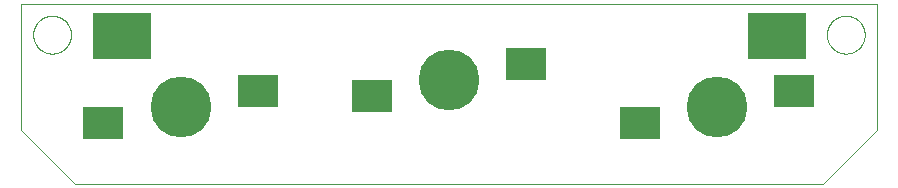
<source format=gtp>
G75*
%MOIN*%
%OFA0B0*%
%FSLAX25Y25*%
%IPPOS*%
%LPD*%
%AMOC8*
5,1,8,0,0,1.08239X$1,22.5*
%
%ADD10C,0.00000*%
%ADD11R,0.13780X0.10630*%
%ADD12C,0.20276*%
%ADD13R,0.19685X0.15748*%
D10*
X0018917Y0001200D02*
X0268523Y0001200D01*
X0286239Y0018917D01*
X0286239Y0061043D01*
X0001200Y0061043D01*
X0001200Y0018917D01*
X0018917Y0001200D01*
X0005137Y0050806D02*
X0005139Y0050964D01*
X0005145Y0051122D01*
X0005155Y0051280D01*
X0005169Y0051438D01*
X0005187Y0051595D01*
X0005208Y0051752D01*
X0005234Y0051908D01*
X0005264Y0052064D01*
X0005297Y0052219D01*
X0005335Y0052372D01*
X0005376Y0052525D01*
X0005421Y0052677D01*
X0005470Y0052828D01*
X0005523Y0052977D01*
X0005579Y0053125D01*
X0005639Y0053271D01*
X0005703Y0053416D01*
X0005771Y0053559D01*
X0005842Y0053701D01*
X0005916Y0053841D01*
X0005994Y0053978D01*
X0006076Y0054114D01*
X0006160Y0054248D01*
X0006249Y0054379D01*
X0006340Y0054508D01*
X0006435Y0054635D01*
X0006532Y0054760D01*
X0006633Y0054882D01*
X0006737Y0055001D01*
X0006844Y0055118D01*
X0006954Y0055232D01*
X0007067Y0055343D01*
X0007182Y0055452D01*
X0007300Y0055557D01*
X0007421Y0055659D01*
X0007544Y0055759D01*
X0007670Y0055855D01*
X0007798Y0055948D01*
X0007928Y0056038D01*
X0008061Y0056124D01*
X0008196Y0056208D01*
X0008332Y0056287D01*
X0008471Y0056364D01*
X0008612Y0056436D01*
X0008754Y0056506D01*
X0008898Y0056571D01*
X0009044Y0056633D01*
X0009191Y0056691D01*
X0009340Y0056746D01*
X0009490Y0056797D01*
X0009641Y0056844D01*
X0009793Y0056887D01*
X0009946Y0056926D01*
X0010101Y0056962D01*
X0010256Y0056993D01*
X0010412Y0057021D01*
X0010568Y0057045D01*
X0010725Y0057065D01*
X0010883Y0057081D01*
X0011040Y0057093D01*
X0011199Y0057101D01*
X0011357Y0057105D01*
X0011515Y0057105D01*
X0011673Y0057101D01*
X0011832Y0057093D01*
X0011989Y0057081D01*
X0012147Y0057065D01*
X0012304Y0057045D01*
X0012460Y0057021D01*
X0012616Y0056993D01*
X0012771Y0056962D01*
X0012926Y0056926D01*
X0013079Y0056887D01*
X0013231Y0056844D01*
X0013382Y0056797D01*
X0013532Y0056746D01*
X0013681Y0056691D01*
X0013828Y0056633D01*
X0013974Y0056571D01*
X0014118Y0056506D01*
X0014260Y0056436D01*
X0014401Y0056364D01*
X0014540Y0056287D01*
X0014676Y0056208D01*
X0014811Y0056124D01*
X0014944Y0056038D01*
X0015074Y0055948D01*
X0015202Y0055855D01*
X0015328Y0055759D01*
X0015451Y0055659D01*
X0015572Y0055557D01*
X0015690Y0055452D01*
X0015805Y0055343D01*
X0015918Y0055232D01*
X0016028Y0055118D01*
X0016135Y0055001D01*
X0016239Y0054882D01*
X0016340Y0054760D01*
X0016437Y0054635D01*
X0016532Y0054508D01*
X0016623Y0054379D01*
X0016712Y0054248D01*
X0016796Y0054114D01*
X0016878Y0053978D01*
X0016956Y0053841D01*
X0017030Y0053701D01*
X0017101Y0053559D01*
X0017169Y0053416D01*
X0017233Y0053271D01*
X0017293Y0053125D01*
X0017349Y0052977D01*
X0017402Y0052828D01*
X0017451Y0052677D01*
X0017496Y0052525D01*
X0017537Y0052372D01*
X0017575Y0052219D01*
X0017608Y0052064D01*
X0017638Y0051908D01*
X0017664Y0051752D01*
X0017685Y0051595D01*
X0017703Y0051438D01*
X0017717Y0051280D01*
X0017727Y0051122D01*
X0017733Y0050964D01*
X0017735Y0050806D01*
X0017733Y0050648D01*
X0017727Y0050490D01*
X0017717Y0050332D01*
X0017703Y0050174D01*
X0017685Y0050017D01*
X0017664Y0049860D01*
X0017638Y0049704D01*
X0017608Y0049548D01*
X0017575Y0049393D01*
X0017537Y0049240D01*
X0017496Y0049087D01*
X0017451Y0048935D01*
X0017402Y0048784D01*
X0017349Y0048635D01*
X0017293Y0048487D01*
X0017233Y0048341D01*
X0017169Y0048196D01*
X0017101Y0048053D01*
X0017030Y0047911D01*
X0016956Y0047771D01*
X0016878Y0047634D01*
X0016796Y0047498D01*
X0016712Y0047364D01*
X0016623Y0047233D01*
X0016532Y0047104D01*
X0016437Y0046977D01*
X0016340Y0046852D01*
X0016239Y0046730D01*
X0016135Y0046611D01*
X0016028Y0046494D01*
X0015918Y0046380D01*
X0015805Y0046269D01*
X0015690Y0046160D01*
X0015572Y0046055D01*
X0015451Y0045953D01*
X0015328Y0045853D01*
X0015202Y0045757D01*
X0015074Y0045664D01*
X0014944Y0045574D01*
X0014811Y0045488D01*
X0014676Y0045404D01*
X0014540Y0045325D01*
X0014401Y0045248D01*
X0014260Y0045176D01*
X0014118Y0045106D01*
X0013974Y0045041D01*
X0013828Y0044979D01*
X0013681Y0044921D01*
X0013532Y0044866D01*
X0013382Y0044815D01*
X0013231Y0044768D01*
X0013079Y0044725D01*
X0012926Y0044686D01*
X0012771Y0044650D01*
X0012616Y0044619D01*
X0012460Y0044591D01*
X0012304Y0044567D01*
X0012147Y0044547D01*
X0011989Y0044531D01*
X0011832Y0044519D01*
X0011673Y0044511D01*
X0011515Y0044507D01*
X0011357Y0044507D01*
X0011199Y0044511D01*
X0011040Y0044519D01*
X0010883Y0044531D01*
X0010725Y0044547D01*
X0010568Y0044567D01*
X0010412Y0044591D01*
X0010256Y0044619D01*
X0010101Y0044650D01*
X0009946Y0044686D01*
X0009793Y0044725D01*
X0009641Y0044768D01*
X0009490Y0044815D01*
X0009340Y0044866D01*
X0009191Y0044921D01*
X0009044Y0044979D01*
X0008898Y0045041D01*
X0008754Y0045106D01*
X0008612Y0045176D01*
X0008471Y0045248D01*
X0008332Y0045325D01*
X0008196Y0045404D01*
X0008061Y0045488D01*
X0007928Y0045574D01*
X0007798Y0045664D01*
X0007670Y0045757D01*
X0007544Y0045853D01*
X0007421Y0045953D01*
X0007300Y0046055D01*
X0007182Y0046160D01*
X0007067Y0046269D01*
X0006954Y0046380D01*
X0006844Y0046494D01*
X0006737Y0046611D01*
X0006633Y0046730D01*
X0006532Y0046852D01*
X0006435Y0046977D01*
X0006340Y0047104D01*
X0006249Y0047233D01*
X0006160Y0047364D01*
X0006076Y0047498D01*
X0005994Y0047634D01*
X0005916Y0047771D01*
X0005842Y0047911D01*
X0005771Y0048053D01*
X0005703Y0048196D01*
X0005639Y0048341D01*
X0005579Y0048487D01*
X0005523Y0048635D01*
X0005470Y0048784D01*
X0005421Y0048935D01*
X0005376Y0049087D01*
X0005335Y0049240D01*
X0005297Y0049393D01*
X0005264Y0049548D01*
X0005234Y0049704D01*
X0005208Y0049860D01*
X0005187Y0050017D01*
X0005169Y0050174D01*
X0005155Y0050332D01*
X0005145Y0050490D01*
X0005139Y0050648D01*
X0005137Y0050806D01*
X0269704Y0050806D02*
X0269706Y0050964D01*
X0269712Y0051122D01*
X0269722Y0051280D01*
X0269736Y0051438D01*
X0269754Y0051595D01*
X0269775Y0051752D01*
X0269801Y0051908D01*
X0269831Y0052064D01*
X0269864Y0052219D01*
X0269902Y0052372D01*
X0269943Y0052525D01*
X0269988Y0052677D01*
X0270037Y0052828D01*
X0270090Y0052977D01*
X0270146Y0053125D01*
X0270206Y0053271D01*
X0270270Y0053416D01*
X0270338Y0053559D01*
X0270409Y0053701D01*
X0270483Y0053841D01*
X0270561Y0053978D01*
X0270643Y0054114D01*
X0270727Y0054248D01*
X0270816Y0054379D01*
X0270907Y0054508D01*
X0271002Y0054635D01*
X0271099Y0054760D01*
X0271200Y0054882D01*
X0271304Y0055001D01*
X0271411Y0055118D01*
X0271521Y0055232D01*
X0271634Y0055343D01*
X0271749Y0055452D01*
X0271867Y0055557D01*
X0271988Y0055659D01*
X0272111Y0055759D01*
X0272237Y0055855D01*
X0272365Y0055948D01*
X0272495Y0056038D01*
X0272628Y0056124D01*
X0272763Y0056208D01*
X0272899Y0056287D01*
X0273038Y0056364D01*
X0273179Y0056436D01*
X0273321Y0056506D01*
X0273465Y0056571D01*
X0273611Y0056633D01*
X0273758Y0056691D01*
X0273907Y0056746D01*
X0274057Y0056797D01*
X0274208Y0056844D01*
X0274360Y0056887D01*
X0274513Y0056926D01*
X0274668Y0056962D01*
X0274823Y0056993D01*
X0274979Y0057021D01*
X0275135Y0057045D01*
X0275292Y0057065D01*
X0275450Y0057081D01*
X0275607Y0057093D01*
X0275766Y0057101D01*
X0275924Y0057105D01*
X0276082Y0057105D01*
X0276240Y0057101D01*
X0276399Y0057093D01*
X0276556Y0057081D01*
X0276714Y0057065D01*
X0276871Y0057045D01*
X0277027Y0057021D01*
X0277183Y0056993D01*
X0277338Y0056962D01*
X0277493Y0056926D01*
X0277646Y0056887D01*
X0277798Y0056844D01*
X0277949Y0056797D01*
X0278099Y0056746D01*
X0278248Y0056691D01*
X0278395Y0056633D01*
X0278541Y0056571D01*
X0278685Y0056506D01*
X0278827Y0056436D01*
X0278968Y0056364D01*
X0279107Y0056287D01*
X0279243Y0056208D01*
X0279378Y0056124D01*
X0279511Y0056038D01*
X0279641Y0055948D01*
X0279769Y0055855D01*
X0279895Y0055759D01*
X0280018Y0055659D01*
X0280139Y0055557D01*
X0280257Y0055452D01*
X0280372Y0055343D01*
X0280485Y0055232D01*
X0280595Y0055118D01*
X0280702Y0055001D01*
X0280806Y0054882D01*
X0280907Y0054760D01*
X0281004Y0054635D01*
X0281099Y0054508D01*
X0281190Y0054379D01*
X0281279Y0054248D01*
X0281363Y0054114D01*
X0281445Y0053978D01*
X0281523Y0053841D01*
X0281597Y0053701D01*
X0281668Y0053559D01*
X0281736Y0053416D01*
X0281800Y0053271D01*
X0281860Y0053125D01*
X0281916Y0052977D01*
X0281969Y0052828D01*
X0282018Y0052677D01*
X0282063Y0052525D01*
X0282104Y0052372D01*
X0282142Y0052219D01*
X0282175Y0052064D01*
X0282205Y0051908D01*
X0282231Y0051752D01*
X0282252Y0051595D01*
X0282270Y0051438D01*
X0282284Y0051280D01*
X0282294Y0051122D01*
X0282300Y0050964D01*
X0282302Y0050806D01*
X0282300Y0050648D01*
X0282294Y0050490D01*
X0282284Y0050332D01*
X0282270Y0050174D01*
X0282252Y0050017D01*
X0282231Y0049860D01*
X0282205Y0049704D01*
X0282175Y0049548D01*
X0282142Y0049393D01*
X0282104Y0049240D01*
X0282063Y0049087D01*
X0282018Y0048935D01*
X0281969Y0048784D01*
X0281916Y0048635D01*
X0281860Y0048487D01*
X0281800Y0048341D01*
X0281736Y0048196D01*
X0281668Y0048053D01*
X0281597Y0047911D01*
X0281523Y0047771D01*
X0281445Y0047634D01*
X0281363Y0047498D01*
X0281279Y0047364D01*
X0281190Y0047233D01*
X0281099Y0047104D01*
X0281004Y0046977D01*
X0280907Y0046852D01*
X0280806Y0046730D01*
X0280702Y0046611D01*
X0280595Y0046494D01*
X0280485Y0046380D01*
X0280372Y0046269D01*
X0280257Y0046160D01*
X0280139Y0046055D01*
X0280018Y0045953D01*
X0279895Y0045853D01*
X0279769Y0045757D01*
X0279641Y0045664D01*
X0279511Y0045574D01*
X0279378Y0045488D01*
X0279243Y0045404D01*
X0279107Y0045325D01*
X0278968Y0045248D01*
X0278827Y0045176D01*
X0278685Y0045106D01*
X0278541Y0045041D01*
X0278395Y0044979D01*
X0278248Y0044921D01*
X0278099Y0044866D01*
X0277949Y0044815D01*
X0277798Y0044768D01*
X0277646Y0044725D01*
X0277493Y0044686D01*
X0277338Y0044650D01*
X0277183Y0044619D01*
X0277027Y0044591D01*
X0276871Y0044567D01*
X0276714Y0044547D01*
X0276556Y0044531D01*
X0276399Y0044519D01*
X0276240Y0044511D01*
X0276082Y0044507D01*
X0275924Y0044507D01*
X0275766Y0044511D01*
X0275607Y0044519D01*
X0275450Y0044531D01*
X0275292Y0044547D01*
X0275135Y0044567D01*
X0274979Y0044591D01*
X0274823Y0044619D01*
X0274668Y0044650D01*
X0274513Y0044686D01*
X0274360Y0044725D01*
X0274208Y0044768D01*
X0274057Y0044815D01*
X0273907Y0044866D01*
X0273758Y0044921D01*
X0273611Y0044979D01*
X0273465Y0045041D01*
X0273321Y0045106D01*
X0273179Y0045176D01*
X0273038Y0045248D01*
X0272899Y0045325D01*
X0272763Y0045404D01*
X0272628Y0045488D01*
X0272495Y0045574D01*
X0272365Y0045664D01*
X0272237Y0045757D01*
X0272111Y0045853D01*
X0271988Y0045953D01*
X0271867Y0046055D01*
X0271749Y0046160D01*
X0271634Y0046269D01*
X0271521Y0046380D01*
X0271411Y0046494D01*
X0271304Y0046611D01*
X0271200Y0046730D01*
X0271099Y0046852D01*
X0271002Y0046977D01*
X0270907Y0047104D01*
X0270816Y0047233D01*
X0270727Y0047364D01*
X0270643Y0047498D01*
X0270561Y0047634D01*
X0270483Y0047771D01*
X0270409Y0047911D01*
X0270338Y0048053D01*
X0270270Y0048196D01*
X0270206Y0048341D01*
X0270146Y0048487D01*
X0270090Y0048635D01*
X0270037Y0048784D01*
X0269988Y0048935D01*
X0269943Y0049087D01*
X0269902Y0049240D01*
X0269864Y0049393D01*
X0269831Y0049548D01*
X0269801Y0049704D01*
X0269775Y0049860D01*
X0269754Y0050017D01*
X0269736Y0050174D01*
X0269722Y0050332D01*
X0269712Y0050490D01*
X0269706Y0050648D01*
X0269704Y0050806D01*
D11*
X0258877Y0032106D03*
X0207302Y0021476D03*
X0169507Y0040924D03*
X0117932Y0030294D03*
X0080137Y0032106D03*
X0028562Y0021476D03*
D12*
X0054350Y0026791D03*
X0143720Y0035609D03*
X0233090Y0026791D03*
D13*
X0253169Y0050413D03*
X0034665Y0050413D03*
M02*

</source>
